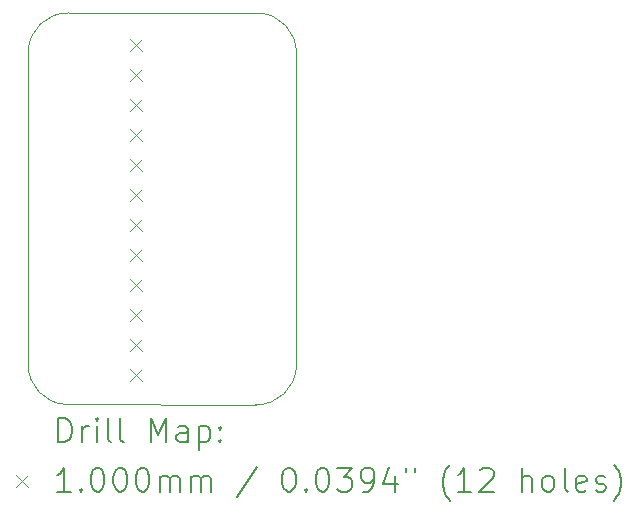
<source format=gbr>
%TF.GenerationSoftware,KiCad,Pcbnew,7.0.5*%
%TF.CreationDate,2023-07-03T18:18:55+02:00*%
%TF.ProjectId,connector,636f6e6e-6563-4746-9f72-2e6b69636164,rev?*%
%TF.SameCoordinates,Original*%
%TF.FileFunction,Drillmap*%
%TF.FilePolarity,Positive*%
%FSLAX45Y45*%
G04 Gerber Fmt 4.5, Leading zero omitted, Abs format (unit mm)*
G04 Created by KiCad (PCBNEW 7.0.5) date 2023-07-03 18:18:55*
%MOMM*%
%LPD*%
G01*
G04 APERTURE LIST*
%ADD10C,0.100000*%
%ADD11C,0.200000*%
G04 APERTURE END LIST*
D10*
X6755868Y-6524995D02*
X5154733Y-6523981D01*
X6776019Y-3210000D02*
X5174885Y-3208985D01*
X7101010Y-3555151D02*
G75*
G03*
X6776019Y-3210000I-335070J10081D01*
G01*
X5174885Y-3208983D02*
G75*
G03*
X4829733Y-3533981I-10075J-335077D01*
G01*
X6755868Y-6524989D02*
G75*
G03*
X7101019Y-6200000I10082J335069D01*
G01*
X4829739Y-6178829D02*
G75*
G03*
X5154733Y-6523981I335071J-10081D01*
G01*
X7101014Y-3555151D02*
X7101019Y-6200000D01*
X4829733Y-3533981D02*
X4829738Y-6178829D01*
D11*
D10*
X5695000Y-3431000D02*
X5795000Y-3531000D01*
X5795000Y-3431000D02*
X5695000Y-3531000D01*
X5695000Y-3685000D02*
X5795000Y-3785000D01*
X5795000Y-3685000D02*
X5695000Y-3785000D01*
X5695000Y-3939000D02*
X5795000Y-4039000D01*
X5795000Y-3939000D02*
X5695000Y-4039000D01*
X5695000Y-4193000D02*
X5795000Y-4293000D01*
X5795000Y-4193000D02*
X5695000Y-4293000D01*
X5695000Y-4447000D02*
X5795000Y-4547000D01*
X5795000Y-4447000D02*
X5695000Y-4547000D01*
X5695000Y-4701000D02*
X5795000Y-4801000D01*
X5795000Y-4701000D02*
X5695000Y-4801000D01*
X5695000Y-4955000D02*
X5795000Y-5055000D01*
X5795000Y-4955000D02*
X5695000Y-5055000D01*
X5695000Y-5209000D02*
X5795000Y-5309000D01*
X5795000Y-5209000D02*
X5695000Y-5309000D01*
X5695000Y-5463000D02*
X5795000Y-5563000D01*
X5795000Y-5463000D02*
X5695000Y-5563000D01*
X5695000Y-5717000D02*
X5795000Y-5817000D01*
X5795000Y-5717000D02*
X5695000Y-5817000D01*
X5695000Y-5971000D02*
X5795000Y-6071000D01*
X5795000Y-5971000D02*
X5695000Y-6071000D01*
X5695000Y-6225000D02*
X5795000Y-6325000D01*
X5795000Y-6225000D02*
X5695000Y-6325000D01*
D11*
X5085364Y-6841624D02*
X5085364Y-6641624D01*
X5085364Y-6641624D02*
X5132983Y-6641624D01*
X5132983Y-6641624D02*
X5161555Y-6651148D01*
X5161555Y-6651148D02*
X5180603Y-6670196D01*
X5180603Y-6670196D02*
X5190126Y-6689243D01*
X5190126Y-6689243D02*
X5199650Y-6727339D01*
X5199650Y-6727339D02*
X5199650Y-6755910D01*
X5199650Y-6755910D02*
X5190126Y-6794005D01*
X5190126Y-6794005D02*
X5180603Y-6813053D01*
X5180603Y-6813053D02*
X5161555Y-6832101D01*
X5161555Y-6832101D02*
X5132983Y-6841624D01*
X5132983Y-6841624D02*
X5085364Y-6841624D01*
X5285364Y-6841624D02*
X5285364Y-6708291D01*
X5285364Y-6746386D02*
X5294888Y-6727339D01*
X5294888Y-6727339D02*
X5304412Y-6717815D01*
X5304412Y-6717815D02*
X5323460Y-6708291D01*
X5323460Y-6708291D02*
X5342507Y-6708291D01*
X5409174Y-6841624D02*
X5409174Y-6708291D01*
X5409174Y-6641624D02*
X5399650Y-6651148D01*
X5399650Y-6651148D02*
X5409174Y-6660672D01*
X5409174Y-6660672D02*
X5418698Y-6651148D01*
X5418698Y-6651148D02*
X5409174Y-6641624D01*
X5409174Y-6641624D02*
X5409174Y-6660672D01*
X5532983Y-6841624D02*
X5513936Y-6832101D01*
X5513936Y-6832101D02*
X5504412Y-6813053D01*
X5504412Y-6813053D02*
X5504412Y-6641624D01*
X5637745Y-6841624D02*
X5618698Y-6832101D01*
X5618698Y-6832101D02*
X5609174Y-6813053D01*
X5609174Y-6813053D02*
X5609174Y-6641624D01*
X5866317Y-6841624D02*
X5866317Y-6641624D01*
X5866317Y-6641624D02*
X5932983Y-6784482D01*
X5932983Y-6784482D02*
X5999650Y-6641624D01*
X5999650Y-6641624D02*
X5999650Y-6841624D01*
X6180602Y-6841624D02*
X6180602Y-6736863D01*
X6180602Y-6736863D02*
X6171079Y-6717815D01*
X6171079Y-6717815D02*
X6152031Y-6708291D01*
X6152031Y-6708291D02*
X6113936Y-6708291D01*
X6113936Y-6708291D02*
X6094888Y-6717815D01*
X6180602Y-6832101D02*
X6161555Y-6841624D01*
X6161555Y-6841624D02*
X6113936Y-6841624D01*
X6113936Y-6841624D02*
X6094888Y-6832101D01*
X6094888Y-6832101D02*
X6085364Y-6813053D01*
X6085364Y-6813053D02*
X6085364Y-6794005D01*
X6085364Y-6794005D02*
X6094888Y-6774958D01*
X6094888Y-6774958D02*
X6113936Y-6765434D01*
X6113936Y-6765434D02*
X6161555Y-6765434D01*
X6161555Y-6765434D02*
X6180602Y-6755910D01*
X6275841Y-6708291D02*
X6275841Y-6908291D01*
X6275841Y-6717815D02*
X6294888Y-6708291D01*
X6294888Y-6708291D02*
X6332983Y-6708291D01*
X6332983Y-6708291D02*
X6352031Y-6717815D01*
X6352031Y-6717815D02*
X6361555Y-6727339D01*
X6361555Y-6727339D02*
X6371079Y-6746386D01*
X6371079Y-6746386D02*
X6371079Y-6803529D01*
X6371079Y-6803529D02*
X6361555Y-6822577D01*
X6361555Y-6822577D02*
X6352031Y-6832101D01*
X6352031Y-6832101D02*
X6332983Y-6841624D01*
X6332983Y-6841624D02*
X6294888Y-6841624D01*
X6294888Y-6841624D02*
X6275841Y-6832101D01*
X6456793Y-6822577D02*
X6466317Y-6832101D01*
X6466317Y-6832101D02*
X6456793Y-6841624D01*
X6456793Y-6841624D02*
X6447269Y-6832101D01*
X6447269Y-6832101D02*
X6456793Y-6822577D01*
X6456793Y-6822577D02*
X6456793Y-6841624D01*
X6456793Y-6717815D02*
X6466317Y-6727339D01*
X6466317Y-6727339D02*
X6456793Y-6736863D01*
X6456793Y-6736863D02*
X6447269Y-6727339D01*
X6447269Y-6727339D02*
X6456793Y-6717815D01*
X6456793Y-6717815D02*
X6456793Y-6736863D01*
D10*
X4724588Y-7120141D02*
X4824588Y-7220141D01*
X4824588Y-7120141D02*
X4724588Y-7220141D01*
D11*
X5190126Y-7261624D02*
X5075841Y-7261624D01*
X5132983Y-7261624D02*
X5132983Y-7061624D01*
X5132983Y-7061624D02*
X5113936Y-7090196D01*
X5113936Y-7090196D02*
X5094888Y-7109243D01*
X5094888Y-7109243D02*
X5075841Y-7118767D01*
X5275841Y-7242577D02*
X5285364Y-7252101D01*
X5285364Y-7252101D02*
X5275841Y-7261624D01*
X5275841Y-7261624D02*
X5266317Y-7252101D01*
X5266317Y-7252101D02*
X5275841Y-7242577D01*
X5275841Y-7242577D02*
X5275841Y-7261624D01*
X5409174Y-7061624D02*
X5428222Y-7061624D01*
X5428222Y-7061624D02*
X5447269Y-7071148D01*
X5447269Y-7071148D02*
X5456793Y-7080672D01*
X5456793Y-7080672D02*
X5466317Y-7099720D01*
X5466317Y-7099720D02*
X5475841Y-7137815D01*
X5475841Y-7137815D02*
X5475841Y-7185434D01*
X5475841Y-7185434D02*
X5466317Y-7223529D01*
X5466317Y-7223529D02*
X5456793Y-7242577D01*
X5456793Y-7242577D02*
X5447269Y-7252101D01*
X5447269Y-7252101D02*
X5428222Y-7261624D01*
X5428222Y-7261624D02*
X5409174Y-7261624D01*
X5409174Y-7261624D02*
X5390126Y-7252101D01*
X5390126Y-7252101D02*
X5380603Y-7242577D01*
X5380603Y-7242577D02*
X5371079Y-7223529D01*
X5371079Y-7223529D02*
X5361555Y-7185434D01*
X5361555Y-7185434D02*
X5361555Y-7137815D01*
X5361555Y-7137815D02*
X5371079Y-7099720D01*
X5371079Y-7099720D02*
X5380603Y-7080672D01*
X5380603Y-7080672D02*
X5390126Y-7071148D01*
X5390126Y-7071148D02*
X5409174Y-7061624D01*
X5599650Y-7061624D02*
X5618698Y-7061624D01*
X5618698Y-7061624D02*
X5637745Y-7071148D01*
X5637745Y-7071148D02*
X5647269Y-7080672D01*
X5647269Y-7080672D02*
X5656793Y-7099720D01*
X5656793Y-7099720D02*
X5666317Y-7137815D01*
X5666317Y-7137815D02*
X5666317Y-7185434D01*
X5666317Y-7185434D02*
X5656793Y-7223529D01*
X5656793Y-7223529D02*
X5647269Y-7242577D01*
X5647269Y-7242577D02*
X5637745Y-7252101D01*
X5637745Y-7252101D02*
X5618698Y-7261624D01*
X5618698Y-7261624D02*
X5599650Y-7261624D01*
X5599650Y-7261624D02*
X5580603Y-7252101D01*
X5580603Y-7252101D02*
X5571079Y-7242577D01*
X5571079Y-7242577D02*
X5561555Y-7223529D01*
X5561555Y-7223529D02*
X5552031Y-7185434D01*
X5552031Y-7185434D02*
X5552031Y-7137815D01*
X5552031Y-7137815D02*
X5561555Y-7099720D01*
X5561555Y-7099720D02*
X5571079Y-7080672D01*
X5571079Y-7080672D02*
X5580603Y-7071148D01*
X5580603Y-7071148D02*
X5599650Y-7061624D01*
X5790126Y-7061624D02*
X5809174Y-7061624D01*
X5809174Y-7061624D02*
X5828222Y-7071148D01*
X5828222Y-7071148D02*
X5837745Y-7080672D01*
X5837745Y-7080672D02*
X5847269Y-7099720D01*
X5847269Y-7099720D02*
X5856793Y-7137815D01*
X5856793Y-7137815D02*
X5856793Y-7185434D01*
X5856793Y-7185434D02*
X5847269Y-7223529D01*
X5847269Y-7223529D02*
X5837745Y-7242577D01*
X5837745Y-7242577D02*
X5828222Y-7252101D01*
X5828222Y-7252101D02*
X5809174Y-7261624D01*
X5809174Y-7261624D02*
X5790126Y-7261624D01*
X5790126Y-7261624D02*
X5771079Y-7252101D01*
X5771079Y-7252101D02*
X5761555Y-7242577D01*
X5761555Y-7242577D02*
X5752031Y-7223529D01*
X5752031Y-7223529D02*
X5742507Y-7185434D01*
X5742507Y-7185434D02*
X5742507Y-7137815D01*
X5742507Y-7137815D02*
X5752031Y-7099720D01*
X5752031Y-7099720D02*
X5761555Y-7080672D01*
X5761555Y-7080672D02*
X5771079Y-7071148D01*
X5771079Y-7071148D02*
X5790126Y-7061624D01*
X5942507Y-7261624D02*
X5942507Y-7128291D01*
X5942507Y-7147339D02*
X5952031Y-7137815D01*
X5952031Y-7137815D02*
X5971079Y-7128291D01*
X5971079Y-7128291D02*
X5999650Y-7128291D01*
X5999650Y-7128291D02*
X6018698Y-7137815D01*
X6018698Y-7137815D02*
X6028222Y-7156863D01*
X6028222Y-7156863D02*
X6028222Y-7261624D01*
X6028222Y-7156863D02*
X6037745Y-7137815D01*
X6037745Y-7137815D02*
X6056793Y-7128291D01*
X6056793Y-7128291D02*
X6085364Y-7128291D01*
X6085364Y-7128291D02*
X6104412Y-7137815D01*
X6104412Y-7137815D02*
X6113936Y-7156863D01*
X6113936Y-7156863D02*
X6113936Y-7261624D01*
X6209174Y-7261624D02*
X6209174Y-7128291D01*
X6209174Y-7147339D02*
X6218698Y-7137815D01*
X6218698Y-7137815D02*
X6237745Y-7128291D01*
X6237745Y-7128291D02*
X6266317Y-7128291D01*
X6266317Y-7128291D02*
X6285364Y-7137815D01*
X6285364Y-7137815D02*
X6294888Y-7156863D01*
X6294888Y-7156863D02*
X6294888Y-7261624D01*
X6294888Y-7156863D02*
X6304412Y-7137815D01*
X6304412Y-7137815D02*
X6323460Y-7128291D01*
X6323460Y-7128291D02*
X6352031Y-7128291D01*
X6352031Y-7128291D02*
X6371079Y-7137815D01*
X6371079Y-7137815D02*
X6380603Y-7156863D01*
X6380603Y-7156863D02*
X6380603Y-7261624D01*
X6771079Y-7052101D02*
X6599650Y-7309243D01*
X7028222Y-7061624D02*
X7047269Y-7061624D01*
X7047269Y-7061624D02*
X7066317Y-7071148D01*
X7066317Y-7071148D02*
X7075841Y-7080672D01*
X7075841Y-7080672D02*
X7085365Y-7099720D01*
X7085365Y-7099720D02*
X7094888Y-7137815D01*
X7094888Y-7137815D02*
X7094888Y-7185434D01*
X7094888Y-7185434D02*
X7085365Y-7223529D01*
X7085365Y-7223529D02*
X7075841Y-7242577D01*
X7075841Y-7242577D02*
X7066317Y-7252101D01*
X7066317Y-7252101D02*
X7047269Y-7261624D01*
X7047269Y-7261624D02*
X7028222Y-7261624D01*
X7028222Y-7261624D02*
X7009174Y-7252101D01*
X7009174Y-7252101D02*
X6999650Y-7242577D01*
X6999650Y-7242577D02*
X6990126Y-7223529D01*
X6990126Y-7223529D02*
X6980603Y-7185434D01*
X6980603Y-7185434D02*
X6980603Y-7137815D01*
X6980603Y-7137815D02*
X6990126Y-7099720D01*
X6990126Y-7099720D02*
X6999650Y-7080672D01*
X6999650Y-7080672D02*
X7009174Y-7071148D01*
X7009174Y-7071148D02*
X7028222Y-7061624D01*
X7180603Y-7242577D02*
X7190126Y-7252101D01*
X7190126Y-7252101D02*
X7180603Y-7261624D01*
X7180603Y-7261624D02*
X7171079Y-7252101D01*
X7171079Y-7252101D02*
X7180603Y-7242577D01*
X7180603Y-7242577D02*
X7180603Y-7261624D01*
X7313936Y-7061624D02*
X7332984Y-7061624D01*
X7332984Y-7061624D02*
X7352031Y-7071148D01*
X7352031Y-7071148D02*
X7361555Y-7080672D01*
X7361555Y-7080672D02*
X7371079Y-7099720D01*
X7371079Y-7099720D02*
X7380603Y-7137815D01*
X7380603Y-7137815D02*
X7380603Y-7185434D01*
X7380603Y-7185434D02*
X7371079Y-7223529D01*
X7371079Y-7223529D02*
X7361555Y-7242577D01*
X7361555Y-7242577D02*
X7352031Y-7252101D01*
X7352031Y-7252101D02*
X7332984Y-7261624D01*
X7332984Y-7261624D02*
X7313936Y-7261624D01*
X7313936Y-7261624D02*
X7294888Y-7252101D01*
X7294888Y-7252101D02*
X7285365Y-7242577D01*
X7285365Y-7242577D02*
X7275841Y-7223529D01*
X7275841Y-7223529D02*
X7266317Y-7185434D01*
X7266317Y-7185434D02*
X7266317Y-7137815D01*
X7266317Y-7137815D02*
X7275841Y-7099720D01*
X7275841Y-7099720D02*
X7285365Y-7080672D01*
X7285365Y-7080672D02*
X7294888Y-7071148D01*
X7294888Y-7071148D02*
X7313936Y-7061624D01*
X7447269Y-7061624D02*
X7571079Y-7061624D01*
X7571079Y-7061624D02*
X7504412Y-7137815D01*
X7504412Y-7137815D02*
X7532984Y-7137815D01*
X7532984Y-7137815D02*
X7552031Y-7147339D01*
X7552031Y-7147339D02*
X7561555Y-7156863D01*
X7561555Y-7156863D02*
X7571079Y-7175910D01*
X7571079Y-7175910D02*
X7571079Y-7223529D01*
X7571079Y-7223529D02*
X7561555Y-7242577D01*
X7561555Y-7242577D02*
X7552031Y-7252101D01*
X7552031Y-7252101D02*
X7532984Y-7261624D01*
X7532984Y-7261624D02*
X7475841Y-7261624D01*
X7475841Y-7261624D02*
X7456793Y-7252101D01*
X7456793Y-7252101D02*
X7447269Y-7242577D01*
X7666317Y-7261624D02*
X7704412Y-7261624D01*
X7704412Y-7261624D02*
X7723460Y-7252101D01*
X7723460Y-7252101D02*
X7732984Y-7242577D01*
X7732984Y-7242577D02*
X7752031Y-7214005D01*
X7752031Y-7214005D02*
X7761555Y-7175910D01*
X7761555Y-7175910D02*
X7761555Y-7099720D01*
X7761555Y-7099720D02*
X7752031Y-7080672D01*
X7752031Y-7080672D02*
X7742507Y-7071148D01*
X7742507Y-7071148D02*
X7723460Y-7061624D01*
X7723460Y-7061624D02*
X7685365Y-7061624D01*
X7685365Y-7061624D02*
X7666317Y-7071148D01*
X7666317Y-7071148D02*
X7656793Y-7080672D01*
X7656793Y-7080672D02*
X7647269Y-7099720D01*
X7647269Y-7099720D02*
X7647269Y-7147339D01*
X7647269Y-7147339D02*
X7656793Y-7166386D01*
X7656793Y-7166386D02*
X7666317Y-7175910D01*
X7666317Y-7175910D02*
X7685365Y-7185434D01*
X7685365Y-7185434D02*
X7723460Y-7185434D01*
X7723460Y-7185434D02*
X7742507Y-7175910D01*
X7742507Y-7175910D02*
X7752031Y-7166386D01*
X7752031Y-7166386D02*
X7761555Y-7147339D01*
X7932984Y-7128291D02*
X7932984Y-7261624D01*
X7885365Y-7052101D02*
X7837746Y-7194958D01*
X7837746Y-7194958D02*
X7961555Y-7194958D01*
X8028222Y-7061624D02*
X8028222Y-7099720D01*
X8104412Y-7061624D02*
X8104412Y-7099720D01*
X8399651Y-7337815D02*
X8390127Y-7328291D01*
X8390127Y-7328291D02*
X8371079Y-7299720D01*
X8371079Y-7299720D02*
X8361555Y-7280672D01*
X8361555Y-7280672D02*
X8352031Y-7252101D01*
X8352031Y-7252101D02*
X8342508Y-7204482D01*
X8342508Y-7204482D02*
X8342508Y-7166386D01*
X8342508Y-7166386D02*
X8352031Y-7118767D01*
X8352031Y-7118767D02*
X8361555Y-7090196D01*
X8361555Y-7090196D02*
X8371079Y-7071148D01*
X8371079Y-7071148D02*
X8390127Y-7042577D01*
X8390127Y-7042577D02*
X8399651Y-7033053D01*
X8580603Y-7261624D02*
X8466317Y-7261624D01*
X8523460Y-7261624D02*
X8523460Y-7061624D01*
X8523460Y-7061624D02*
X8504412Y-7090196D01*
X8504412Y-7090196D02*
X8485365Y-7109243D01*
X8485365Y-7109243D02*
X8466317Y-7118767D01*
X8656793Y-7080672D02*
X8666317Y-7071148D01*
X8666317Y-7071148D02*
X8685365Y-7061624D01*
X8685365Y-7061624D02*
X8732984Y-7061624D01*
X8732984Y-7061624D02*
X8752031Y-7071148D01*
X8752031Y-7071148D02*
X8761555Y-7080672D01*
X8761555Y-7080672D02*
X8771079Y-7099720D01*
X8771079Y-7099720D02*
X8771079Y-7118767D01*
X8771079Y-7118767D02*
X8761555Y-7147339D01*
X8761555Y-7147339D02*
X8647270Y-7261624D01*
X8647270Y-7261624D02*
X8771079Y-7261624D01*
X9009174Y-7261624D02*
X9009174Y-7061624D01*
X9094889Y-7261624D02*
X9094889Y-7156863D01*
X9094889Y-7156863D02*
X9085365Y-7137815D01*
X9085365Y-7137815D02*
X9066317Y-7128291D01*
X9066317Y-7128291D02*
X9037746Y-7128291D01*
X9037746Y-7128291D02*
X9018698Y-7137815D01*
X9018698Y-7137815D02*
X9009174Y-7147339D01*
X9218698Y-7261624D02*
X9199651Y-7252101D01*
X9199651Y-7252101D02*
X9190127Y-7242577D01*
X9190127Y-7242577D02*
X9180603Y-7223529D01*
X9180603Y-7223529D02*
X9180603Y-7166386D01*
X9180603Y-7166386D02*
X9190127Y-7147339D01*
X9190127Y-7147339D02*
X9199651Y-7137815D01*
X9199651Y-7137815D02*
X9218698Y-7128291D01*
X9218698Y-7128291D02*
X9247270Y-7128291D01*
X9247270Y-7128291D02*
X9266317Y-7137815D01*
X9266317Y-7137815D02*
X9275841Y-7147339D01*
X9275841Y-7147339D02*
X9285365Y-7166386D01*
X9285365Y-7166386D02*
X9285365Y-7223529D01*
X9285365Y-7223529D02*
X9275841Y-7242577D01*
X9275841Y-7242577D02*
X9266317Y-7252101D01*
X9266317Y-7252101D02*
X9247270Y-7261624D01*
X9247270Y-7261624D02*
X9218698Y-7261624D01*
X9399651Y-7261624D02*
X9380603Y-7252101D01*
X9380603Y-7252101D02*
X9371079Y-7233053D01*
X9371079Y-7233053D02*
X9371079Y-7061624D01*
X9552032Y-7252101D02*
X9532984Y-7261624D01*
X9532984Y-7261624D02*
X9494889Y-7261624D01*
X9494889Y-7261624D02*
X9475841Y-7252101D01*
X9475841Y-7252101D02*
X9466317Y-7233053D01*
X9466317Y-7233053D02*
X9466317Y-7156863D01*
X9466317Y-7156863D02*
X9475841Y-7137815D01*
X9475841Y-7137815D02*
X9494889Y-7128291D01*
X9494889Y-7128291D02*
X9532984Y-7128291D01*
X9532984Y-7128291D02*
X9552032Y-7137815D01*
X9552032Y-7137815D02*
X9561555Y-7156863D01*
X9561555Y-7156863D02*
X9561555Y-7175910D01*
X9561555Y-7175910D02*
X9466317Y-7194958D01*
X9637746Y-7252101D02*
X9656793Y-7261624D01*
X9656793Y-7261624D02*
X9694889Y-7261624D01*
X9694889Y-7261624D02*
X9713936Y-7252101D01*
X9713936Y-7252101D02*
X9723460Y-7233053D01*
X9723460Y-7233053D02*
X9723460Y-7223529D01*
X9723460Y-7223529D02*
X9713936Y-7204482D01*
X9713936Y-7204482D02*
X9694889Y-7194958D01*
X9694889Y-7194958D02*
X9666317Y-7194958D01*
X9666317Y-7194958D02*
X9647270Y-7185434D01*
X9647270Y-7185434D02*
X9637746Y-7166386D01*
X9637746Y-7166386D02*
X9637746Y-7156863D01*
X9637746Y-7156863D02*
X9647270Y-7137815D01*
X9647270Y-7137815D02*
X9666317Y-7128291D01*
X9666317Y-7128291D02*
X9694889Y-7128291D01*
X9694889Y-7128291D02*
X9713936Y-7137815D01*
X9790127Y-7337815D02*
X9799651Y-7328291D01*
X9799651Y-7328291D02*
X9818698Y-7299720D01*
X9818698Y-7299720D02*
X9828222Y-7280672D01*
X9828222Y-7280672D02*
X9837746Y-7252101D01*
X9837746Y-7252101D02*
X9847270Y-7204482D01*
X9847270Y-7204482D02*
X9847270Y-7166386D01*
X9847270Y-7166386D02*
X9837746Y-7118767D01*
X9837746Y-7118767D02*
X9828222Y-7090196D01*
X9828222Y-7090196D02*
X9818698Y-7071148D01*
X9818698Y-7071148D02*
X9799651Y-7042577D01*
X9799651Y-7042577D02*
X9790127Y-7033053D01*
M02*

</source>
